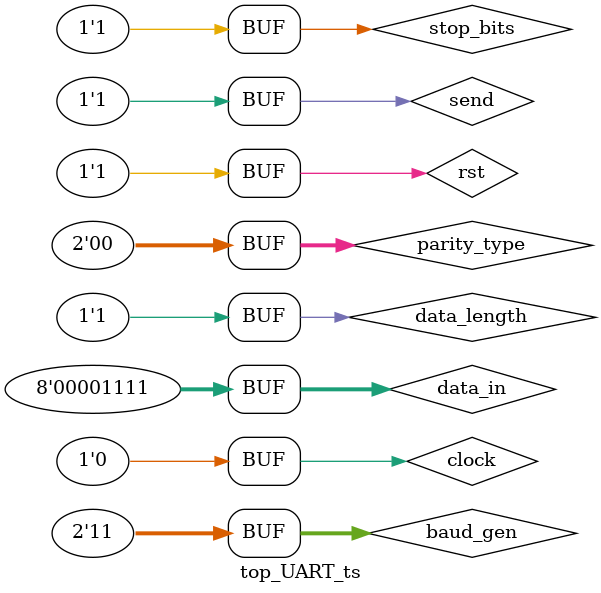
<source format=v>


module parity ( output reg parity_out,
                input [7:0] data,
                input [1:0] parity_type,
                input rst);
integer num;
always @ (*)
begin
if (rst==0) parity_out =0;
else
begin
num = ^data; 
casex (parity_type)
2'b00 : parity_out = 1'bx;
2'b01 : parity_out = ~num;
2'b10 : parity_out = num;
2'b11 : parity_out = num;
endcase 
end
end 
endmodule 

////////////////////////// frame /////////////////////////////////

module frame_gen ( output reg [11:0] frame_out,
                   input rst,data_lengh,parity_out,stop_bits,
                   input [7:0] data,
                   input [1:0] parity_type);
//parity p (parity_out,data,parity_type,rst);
always@(*)
begin
if (rst==0) frame_out = 0;
else
begin 
frame_out [11] = 1'b0;
if (data_lengh==0) begin frame_out [10:4] = data ; end
else if (data_lengh==1) begin frame_out [10:3] = data ; end

case (parity_type)
2'b00,2'b11 : begin end
2'b01,2'b10 : begin 
              if (~data_lengh) frame_out[3] = parity_out;
              else if (data_lengh) frame_out[2] = parity_out;   
              end
endcase 

case (stop_bits)
1'b0 : if (parity_type==2'b00 || parity_type==2'b11)
         begin
         if (~data_lengh)
         frame_out [3] = 1'b1;
         else if (data_lengh)
         frame_out [2] = 1'b1;
         end 
       else if (parity_type==2'b01 || parity_type==2'b10)
         begin
         if (~data_lengh)
         frame_out [2] = 1'b1;
         else if (data_lengh)
         frame_out [1] = 1'b1;
         end 
1'b1 : if (parity_type==2'b00 || parity_type==2'b11)
         begin
         if (~data_lengh)
         frame_out [3:2] = 1'b1;
         else if (data_lengh)
         frame_out [2:1] = 1'b1;
         end 
       else if (parity_type==2'b01 || parity_type==2'b10)
         begin
         if (~data_lengh)
         frame_out [2:1] = 1'b1;
         else if (data_lengh)
         frame_out [1:0] = 1'b1;
         end
endcase
end
end
endmodule 

//////////////////////////////// baud_rate ////////////////////////////

module baud_gen( output reg baud_out,
                 input [1:0] baud_gen,
                 input clk,rst);
reg [15:0] div;
reg [15:0] count;
always@(posedge clk,negedge rst)
if (~rst) 
begin
count = 0; baud_out = 0;
end 
else 
begin
if (count>=div)
begin
count<=0;
baud_out <=~baud_out;
end
else 
count <= count + 1;
end
always@(*)
begin
case (baud_gen)
2'b00 : div<=1301;
2'b01 : div<=650;
2'b10 : div<=324;
2'b11 : div<=10;
default : div<=324;
endcase
end
endmodule 

/////////////////////////////// piso ///////////////////////////////

module piso_UART ( output reg data_out,parity_out,tx_active,tx_done,
                   input rst,send,baud_out,
                   input [11:0] frame_out,
                   input [1:0] parity_type);
reg [11:0] shift_register;
reg [3:0] bit_counter;

always@(posedge baud_out,negedge rst)
begin
if (~rst) 
begin
//data_out <= 1'b0;
parity_out <= 1'b0;
tx_active <= 1'b0;
tx_done <= 1'b0;
shift_register <= 12'b0;
bit_counter <= 4'b0;
end
else if (send)
begin
     if (~tx_active)
     begin
     shift_register <= frame_out;
     tx_active <= 1'b1; 
     tx_done <= 1'b0;
     bit_counter <= 4'b0;
     end
     else 
     begin
     data_out <= shift_register [0];
     shift_register <= shift_register >> 1;
     bit_counter <= bit_counter + 1;
     if (parity_type == 2'b11)
     parity_out <= 1'b1;
     else
     parity_out <= 1'b0;
     if (bit_counter==11)
     begin
     tx_active <= 1'b0;
     tx_done <= 1'b1;
     end
     end
end
else 
begin
     tx_active <= 1'b0;
     tx_done <= 1'b0;
     parity_out <= 1'b0;
end
end
endmodule

////////////////////////////// top_module ////////////////////////////////////////////

module top_UART ( output data_out,parity_out,tx_active,tx_done,
                  input rst,stop_bits,data_lengh,send,clock,
                  input [7:0] data_in,
                  input [1:0] parity_type,baud_gen);
wire parity_out1;
wire [11:0] frame_out;
wire baud_out;

parity w1 (parity_out1,data_in,parity_type,rst);
frame_gen w2 (frame_out,rst,data_lengh,parity_out1,stop_bits,data_in,parity_type);
baud_gen w3 (baud_out,baud_gen,clock,rst);
piso_UART w4 (data_out,parity_out,tx_active,tx_done,rst,send,baud_out,frame_out,parity_type);

endmodule

////////////////////////////// test_bench ///////////////////////////////////////////////

module  top_UART_ts ();
reg rst,stop_bits,data_length,send,clock;
reg [1:0] parity_type,baud_gen;
reg [7:0] data_in;
wire data_out,p_parity_out,tx_active,tx_done;
top_UART UA (data_out,p_parity_out,tx_active,tx_done,rst,stop_bits,data_length,send,clock,data_in,parity_type,baud_gen);
initial
begin
$monitor("Time = %0t, data_in = %b, data_out = %b", $time, data_in,data_out);
end
initial
begin
clock=0;
repeat (800)
#2 clock=~clock;
end
initial
begin
rst=0;
#15 rst=1;
end
initial
begin
send=0;
#20 send=1;
//#300 send=0;
end
initial
begin
stop_bits=1;
data_length=1;
parity_type=2'b00;
baud_gen=2'b11;
data_in=8'b00001111;
end
endmodule







</source>
